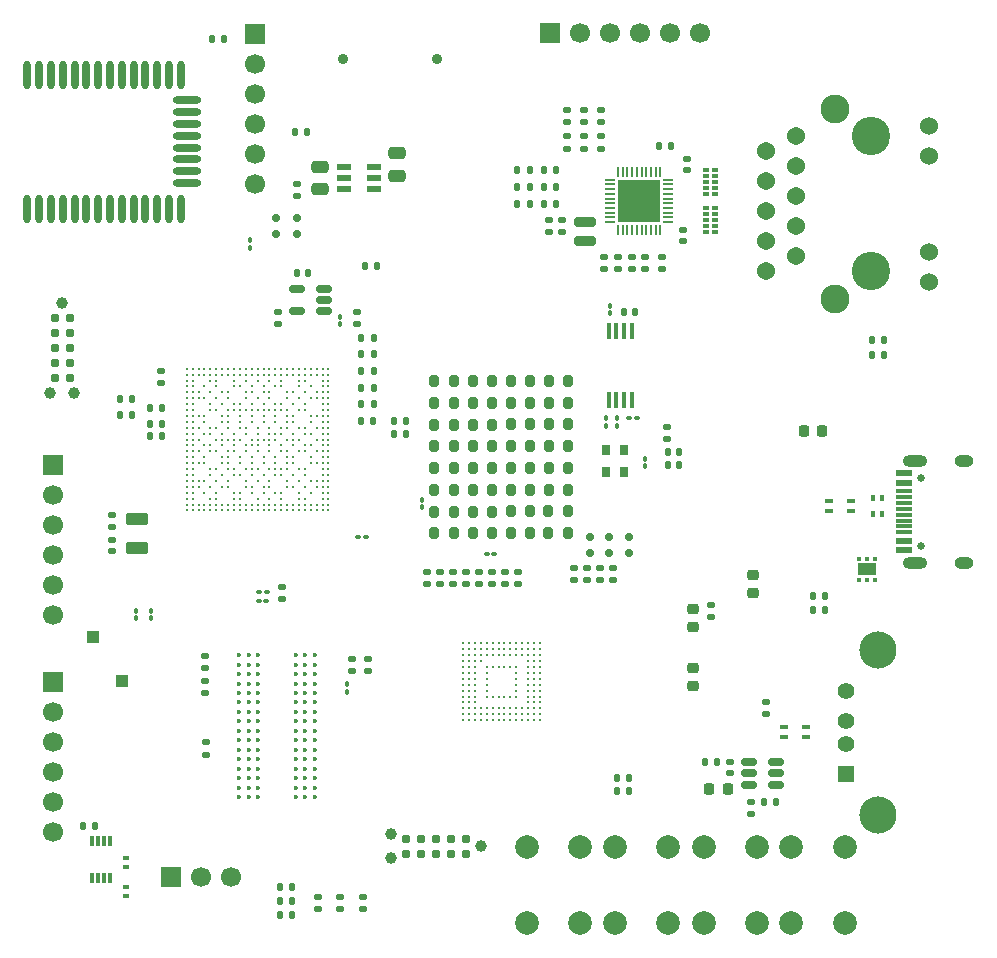
<source format=gbr>
%TF.GenerationSoftware,KiCad,Pcbnew,9.0.1*%
%TF.CreationDate,2026-02-07T17:07:50-05:00*%
%TF.ProjectId,Leonhart,4c656f6e-6861-4727-942e-6b696361645f,rev?*%
%TF.SameCoordinates,Original*%
%TF.FileFunction,Soldermask,Top*%
%TF.FilePolarity,Negative*%
%FSLAX46Y46*%
G04 Gerber Fmt 4.6, Leading zero omitted, Abs format (unit mm)*
G04 Created by KiCad (PCBNEW 9.0.1) date 2026-02-07 17:07:50*
%MOMM*%
%LPD*%
G01*
G04 APERTURE LIST*
G04 Aperture macros list*
%AMRoundRect*
0 Rectangle with rounded corners*
0 $1 Rounding radius*
0 $2 $3 $4 $5 $6 $7 $8 $9 X,Y pos of 4 corners*
0 Add a 4 corners polygon primitive as box body*
4,1,4,$2,$3,$4,$5,$6,$7,$8,$9,$2,$3,0*
0 Add four circle primitives for the rounded corners*
1,1,$1+$1,$2,$3*
1,1,$1+$1,$4,$5*
1,1,$1+$1,$6,$7*
1,1,$1+$1,$8,$9*
0 Add four rect primitives between the rounded corners*
20,1,$1+$1,$2,$3,$4,$5,0*
20,1,$1+$1,$4,$5,$6,$7,0*
20,1,$1+$1,$6,$7,$8,$9,0*
20,1,$1+$1,$8,$9,$2,$3,0*%
G04 Aperture macros list end*
%ADD10RoundRect,0.135000X0.135000X0.185000X-0.135000X0.185000X-0.135000X-0.185000X0.135000X-0.185000X0*%
%ADD11RoundRect,0.200000X-0.200000X-0.275000X0.200000X-0.275000X0.200000X0.275000X-0.200000X0.275000X0*%
%ADD12RoundRect,0.135000X-0.135000X-0.185000X0.135000X-0.185000X0.135000X0.185000X-0.135000X0.185000X0*%
%ADD13RoundRect,0.075000X0.200000X-0.075000X0.200000X0.075000X-0.200000X0.075000X-0.200000X-0.075000X0*%
%ADD14RoundRect,0.150000X-0.200000X0.150000X-0.200000X-0.150000X0.200000X-0.150000X0.200000X0.150000X0*%
%ADD15RoundRect,0.135000X0.185000X-0.135000X0.185000X0.135000X-0.185000X0.135000X-0.185000X-0.135000X0*%
%ADD16O,0.600000X2.400000*%
%ADD17O,2.400000X0.600000*%
%ADD18RoundRect,0.140000X-0.140000X-0.170000X0.140000X-0.170000X0.140000X0.170000X-0.140000X0.170000X0*%
%ADD19C,0.360000*%
%ADD20RoundRect,0.135000X-0.185000X0.135000X-0.185000X-0.135000X0.185000X-0.135000X0.185000X0.135000X0*%
%ADD21RoundRect,0.225000X0.250000X-0.225000X0.250000X0.225000X-0.250000X0.225000X-0.250000X-0.225000X0*%
%ADD22C,0.650000*%
%ADD23R,1.450000X0.600000*%
%ADD24R,1.450000X0.300000*%
%ADD25O,2.100000X1.000000*%
%ADD26O,1.600000X1.000000*%
%ADD27RoundRect,0.100000X-0.130000X-0.100000X0.130000X-0.100000X0.130000X0.100000X-0.130000X0.100000X0*%
%ADD28R,1.400000X1.400000*%
%ADD29C,1.400000*%
%ADD30C,3.150000*%
%ADD31C,3.250000*%
%ADD32C,1.540000*%
%ADD33C,1.530000*%
%ADD34C,2.445000*%
%ADD35RoundRect,0.093750X0.106250X-0.093750X0.106250X0.093750X-0.106250X0.093750X-0.106250X-0.093750X0*%
%ADD36R,1.600000X1.000000*%
%ADD37RoundRect,0.060000X-0.190000X0.140000X-0.190000X-0.140000X0.190000X-0.140000X0.190000X0.140000X0*%
%ADD38RoundRect,0.100000X-0.100000X0.130000X-0.100000X-0.130000X0.100000X-0.130000X0.100000X0.130000X0*%
%ADD39RoundRect,0.150000X-0.512500X-0.150000X0.512500X-0.150000X0.512500X0.150000X-0.512500X0.150000X0*%
%ADD40R,0.450000X1.475000*%
%ADD41RoundRect,0.140000X-0.170000X0.140000X-0.170000X-0.140000X0.170000X-0.140000X0.170000X0.140000X0*%
%ADD42RoundRect,0.147500X0.172500X-0.147500X0.172500X0.147500X-0.172500X0.147500X-0.172500X-0.147500X0*%
%ADD43C,2.000000*%
%ADD44RoundRect,0.225000X0.225000X0.250000X-0.225000X0.250000X-0.225000X-0.250000X0.225000X-0.250000X0*%
%ADD45RoundRect,0.120000X0.780000X0.280000X-0.780000X0.280000X-0.780000X-0.280000X0.780000X-0.280000X0*%
%ADD46RoundRect,0.060000X0.190000X-0.140000X0.190000X0.140000X-0.190000X0.140000X-0.190000X-0.140000X0*%
%ADD47RoundRect,0.100000X-0.275000X-0.100000X0.275000X-0.100000X0.275000X0.100000X-0.275000X0.100000X0*%
%ADD48R,1.700000X1.700000*%
%ADD49C,1.700000*%
%ADD50RoundRect,0.250000X0.475000X-0.250000X0.475000X0.250000X-0.475000X0.250000X-0.475000X-0.250000X0*%
%ADD51C,0.250000*%
%ADD52RoundRect,0.225000X-0.250000X0.225000X-0.250000X-0.225000X0.250000X-0.225000X0.250000X0.225000X0*%
%ADD53R,1.000000X1.000000*%
%ADD54RoundRect,0.100000X0.800000X-0.400000X0.800000X0.400000X-0.800000X0.400000X-0.800000X-0.400000X0*%
%ADD55RoundRect,0.140000X0.170000X-0.140000X0.170000X0.140000X-0.170000X0.140000X-0.170000X-0.140000X0*%
%ADD56RoundRect,0.250000X-0.475000X0.250000X-0.475000X-0.250000X0.475000X-0.250000X0.475000X0.250000X0*%
%ADD57RoundRect,0.150000X0.512500X0.150000X-0.512500X0.150000X-0.512500X-0.150000X0.512500X-0.150000X0*%
%ADD58R,0.800000X0.900000*%
%ADD59RoundRect,0.062500X0.350000X0.062500X-0.350000X0.062500X-0.350000X-0.062500X0.350000X-0.062500X0*%
%ADD60RoundRect,0.062500X0.062500X0.350000X-0.062500X0.350000X-0.062500X-0.350000X0.062500X-0.350000X0*%
%ADD61R,3.600000X3.600000*%
%ADD62C,0.990600*%
%ADD63C,0.787400*%
%ADD64R,0.300000X0.850000*%
%ADD65RoundRect,0.100000X0.100000X-0.130000X0.100000X0.130000X-0.100000X0.130000X-0.100000X-0.130000X0*%
%ADD66RoundRect,0.060000X0.140000X0.190000X-0.140000X0.190000X-0.140000X-0.190000X0.140000X-0.190000X0*%
%ADD67RoundRect,0.140000X0.140000X0.170000X-0.140000X0.170000X-0.140000X-0.170000X0.140000X-0.170000X0*%
%ADD68R,1.200000X0.600000*%
%ADD69C,0.900000*%
G04 APERTURE END LIST*
D10*
%TO.C,R3006*%
X167431000Y-116311000D03*
X166411000Y-116311000D03*
%TD*%
D11*
%TO.C,R1014*%
X140841000Y-102470796D03*
X142491000Y-102470796D03*
%TD*%
D12*
%TO.C,R5003*%
X141401000Y-79076000D03*
X142421000Y-79076000D03*
%TD*%
D13*
%TO.C,U5004*%
X158126000Y-84301000D03*
X158126000Y-83801000D03*
X158126000Y-83301000D03*
X158126000Y-82801000D03*
X158126000Y-82301000D03*
X157356000Y-82301000D03*
X157356000Y-82801000D03*
X157356000Y-83301000D03*
X157356000Y-83801000D03*
X157356000Y-84301000D03*
%TD*%
D14*
%TO.C,D1003*%
X150811000Y-111531000D03*
X150811000Y-110131000D03*
%TD*%
D15*
%TO.C,R5005*%
X147051000Y-74996000D03*
X147051000Y-73976000D03*
%TD*%
D13*
%TO.C,U5003*%
X158126000Y-81126000D03*
X158126000Y-80626000D03*
X158126000Y-80126000D03*
X158126000Y-79626000D03*
X158126000Y-79126000D03*
X157356000Y-79126000D03*
X157356000Y-79626000D03*
X157356000Y-80126000D03*
X157356000Y-80626000D03*
X157356000Y-81126000D03*
%TD*%
D16*
%TO.C,U2001*%
X99901000Y-82351000D03*
X100901000Y-82351000D03*
X101901000Y-82351000D03*
X102901000Y-82351000D03*
X103901000Y-82351000D03*
X104901000Y-82351000D03*
X105901000Y-82351000D03*
X106901000Y-82351000D03*
X107901000Y-82351000D03*
X108901000Y-82351000D03*
X109901000Y-82351000D03*
X110901000Y-82351000D03*
X111901000Y-82351000D03*
X112901000Y-82351000D03*
D17*
X113401000Y-80201000D03*
X113401000Y-79201000D03*
X113401000Y-78201000D03*
X113401000Y-77201000D03*
X113401000Y-76201000D03*
X113401000Y-75201000D03*
X113401000Y-74201000D03*
X113401000Y-73201000D03*
D16*
X112901000Y-71051000D03*
X111901000Y-71051000D03*
X110901000Y-71051000D03*
X109901000Y-71051000D03*
X108901000Y-71051000D03*
X107901000Y-71051000D03*
X106901000Y-71051000D03*
X105901000Y-71051000D03*
X104901000Y-71051000D03*
X103901000Y-71051000D03*
X102901000Y-71051000D03*
X101901000Y-71051000D03*
X100901000Y-71051000D03*
X99901000Y-71051000D03*
%TD*%
D18*
%TO.C,C1003*%
X150411000Y-91121000D03*
X151371000Y-91121000D03*
%TD*%
D19*
%TO.C,U4001*%
X124234492Y-132176000D03*
X123434492Y-132176000D03*
X122634492Y-132176000D03*
X119434492Y-132176000D03*
X118634492Y-132176000D03*
X117834492Y-132176000D03*
X124234492Y-131376000D03*
X123434492Y-131376000D03*
X122634492Y-131376000D03*
X119434492Y-131376000D03*
X118634492Y-131376000D03*
X117834492Y-131376000D03*
X124234492Y-130576000D03*
X123434492Y-130576000D03*
X122634492Y-130576000D03*
X119434492Y-130576000D03*
X118634492Y-130576000D03*
X117834492Y-130576000D03*
X124234492Y-129776000D03*
X123434492Y-129776000D03*
X122634492Y-129776000D03*
X119434492Y-129776000D03*
X118634492Y-129776000D03*
X117834492Y-129776000D03*
X124234492Y-128976000D03*
X123434492Y-128976000D03*
X122634492Y-128976000D03*
X119434492Y-128976000D03*
X118634492Y-128976000D03*
X117834492Y-128976000D03*
X124234492Y-128176000D03*
X123434492Y-128176000D03*
X122634492Y-128176000D03*
X119434492Y-128176000D03*
X118634492Y-128176000D03*
X117834492Y-128176000D03*
X124234492Y-127376000D03*
X123434492Y-127376000D03*
X122634492Y-127376000D03*
X119434492Y-127376000D03*
X118634492Y-127376000D03*
X117834492Y-127376000D03*
X124234492Y-126576000D03*
X123434492Y-126576000D03*
X122634492Y-126576000D03*
X119434492Y-126576000D03*
X118634492Y-126576000D03*
X117834492Y-126576000D03*
X124234492Y-125776000D03*
X123434492Y-125776000D03*
X122634492Y-125776000D03*
X119434492Y-125776000D03*
X118634492Y-125776000D03*
X117834492Y-125776000D03*
X124234492Y-124976000D03*
X123434492Y-124976000D03*
X122634492Y-124976000D03*
X119434492Y-124976000D03*
X118634492Y-124976000D03*
X117834492Y-124976000D03*
X124234492Y-124176000D03*
X123434492Y-124176000D03*
X122634492Y-124176000D03*
X119434492Y-124176000D03*
X118634492Y-124176000D03*
X117834492Y-124176000D03*
X124234492Y-123376000D03*
X123434492Y-123376000D03*
X122634492Y-123376000D03*
X119434492Y-123376000D03*
X118634492Y-123376000D03*
X117834492Y-123376000D03*
X124234492Y-122576000D03*
X123434492Y-122576000D03*
X122634492Y-122576000D03*
X119434492Y-122576000D03*
X118634492Y-122576000D03*
X117834492Y-122576000D03*
X124234492Y-121776000D03*
X123434492Y-121776000D03*
X122634492Y-121776000D03*
X119434492Y-121776000D03*
X118634492Y-121776000D03*
X117834492Y-121776000D03*
X124234492Y-120976000D03*
X123434492Y-120976000D03*
X122634492Y-120976000D03*
X119434492Y-120976000D03*
X118634492Y-120976000D03*
X117834492Y-120976000D03*
X124234492Y-120176000D03*
X123434492Y-120176000D03*
X122634492Y-120176000D03*
X119434492Y-120176000D03*
X118634492Y-120176000D03*
X117834492Y-120176000D03*
%TD*%
D20*
%TO.C,FB1001*%
X154101000Y-100846000D03*
X154101000Y-101866000D03*
%TD*%
D21*
%TO.C,C3004*%
X156251000Y-117826000D03*
X156251000Y-116276000D03*
%TD*%
D22*
%TO.C,J6001*%
X175576000Y-110911000D03*
X175576000Y-105131000D03*
D23*
X174131000Y-111271000D03*
X174131000Y-110471000D03*
D24*
X174131000Y-109271000D03*
X174131000Y-108271000D03*
X174131000Y-107771000D03*
X174131000Y-106771000D03*
D23*
X174131000Y-105571000D03*
X174131000Y-104771000D03*
X174131000Y-104771000D03*
X174131000Y-105571000D03*
D24*
X174131000Y-106271000D03*
X174131000Y-107271000D03*
X174131000Y-108771000D03*
X174131000Y-109771000D03*
D23*
X174131000Y-110471000D03*
X174131000Y-111271000D03*
D25*
X175046000Y-112341000D03*
D26*
X179226000Y-112341000D03*
D25*
X175046000Y-103701000D03*
D26*
X179226000Y-103701000D03*
%TD*%
D11*
%TO.C,R1010*%
X140831000Y-109829571D03*
X142481000Y-109829571D03*
%TD*%
D12*
%TO.C,R2001*%
X115501000Y-67971000D03*
X116521000Y-67971000D03*
%TD*%
D20*
%TO.C,R1001*%
X146181000Y-112801000D03*
X146181000Y-113821000D03*
%TD*%
D27*
%TO.C,R6001*%
X127936000Y-110126000D03*
X128576000Y-110126000D03*
%TD*%
D12*
%TO.C,R6023*%
X157300000Y-129226000D03*
X158320000Y-129226000D03*
%TD*%
D18*
%TO.C,C5020*%
X153421000Y-77051000D03*
X154381000Y-77051000D03*
%TD*%
D28*
%TO.C,J6002*%
X169236000Y-130201000D03*
D29*
X169236000Y-127701000D03*
X169236000Y-125701000D03*
X169236000Y-123201000D03*
D30*
X171946000Y-133701000D03*
X171946000Y-119701000D03*
%TD*%
D12*
%TO.C,R5025*%
X171401000Y-94731000D03*
X172421000Y-94731000D03*
%TD*%
D11*
%TO.C,R1038*%
X144051000Y-104315898D03*
X145701000Y-104315898D03*
%TD*%
D10*
%TO.C,R3004*%
X167431000Y-115191000D03*
X166411000Y-115191000D03*
%TD*%
D31*
%TO.C,U5001*%
X171351000Y-76251000D03*
X171351000Y-87681000D03*
D32*
X162461000Y-87681000D03*
X165001000Y-86411000D03*
X162461000Y-85141000D03*
X165001000Y-83871000D03*
X162461000Y-82601000D03*
X165001000Y-81331000D03*
X162461000Y-80061000D03*
X165001000Y-78791000D03*
X162461000Y-77521000D03*
X165001000Y-76251000D03*
D33*
X176251000Y-75341000D03*
X176251000Y-77881000D03*
X176251000Y-86051000D03*
X176251000Y-88591000D03*
D34*
X168301000Y-73916000D03*
X168301000Y-90016000D03*
%TD*%
D20*
%TO.C,R5011*%
X148514000Y-76251000D03*
X148514000Y-77271000D03*
%TD*%
D35*
%TO.C,U6001*%
X170351000Y-113776000D03*
X171001000Y-113776000D03*
X171651000Y-113776000D03*
X171651000Y-112001000D03*
X171001000Y-112001000D03*
X170351000Y-112001000D03*
D36*
X171001000Y-112888500D03*
%TD*%
D10*
%TO.C,R6002*%
X131931000Y-101461000D03*
X130911000Y-101461000D03*
%TD*%
D37*
%TO.C,D1005*%
X108261000Y-140581000D03*
X108261000Y-139781000D03*
%TD*%
D38*
%TO.C,C3089*%
X109091000Y-116406000D03*
X109091000Y-117046000D03*
%TD*%
%TO.C,C3087*%
X110381000Y-116396000D03*
X110381000Y-117036000D03*
%TD*%
D27*
%TO.C,C3121*%
X138791000Y-111601000D03*
X139431000Y-111601000D03*
%TD*%
D20*
%TO.C,R6010*%
X138151000Y-113126000D03*
X138151000Y-114146000D03*
%TD*%
D39*
%TO.C,U6003*%
X161015000Y-129226000D03*
X161015000Y-130176000D03*
X161015000Y-131126000D03*
X163290000Y-131126000D03*
X163290000Y-130176000D03*
X163290000Y-129226000D03*
%TD*%
D20*
%TO.C,R5009*%
X145588000Y-76251000D03*
X145588000Y-77271000D03*
%TD*%
D40*
%TO.C,U1001*%
X149111000Y-98577000D03*
X149761000Y-98577000D03*
X150411000Y-98577000D03*
X151061000Y-98577000D03*
X151061000Y-92701000D03*
X150411000Y-92701000D03*
X149761000Y-92701000D03*
X149111000Y-92701000D03*
%TD*%
D11*
%TO.C,R1004*%
X134371000Y-100650388D03*
X136021000Y-100650388D03*
%TD*%
D41*
%TO.C,C5019*%
X144101000Y-83346000D03*
X144101000Y-84306000D03*
%TD*%
D42*
%TO.C,D7003*%
X124511000Y-141646000D03*
X124511000Y-140676000D03*
%TD*%
D43*
%TO.C,SW7001*%
X154181000Y-136376000D03*
X154181000Y-142876000D03*
X149681000Y-136376000D03*
X149681000Y-142876000D03*
%TD*%
D11*
%TO.C,R1011*%
X140841000Y-107989877D03*
X142491000Y-107989877D03*
%TD*%
D38*
%TO.C,C3079*%
X126354000Y-91502000D03*
X126354000Y-92142000D03*
%TD*%
D44*
%TO.C,C3019*%
X167201625Y-101207000D03*
X165651625Y-101207000D03*
%TD*%
D45*
%TO.C,L5001*%
X147081000Y-85071000D03*
X147081000Y-83471000D03*
%TD*%
D43*
%TO.C,SW7003*%
X161701000Y-136376000D03*
X161701000Y-142876000D03*
X157201000Y-136376000D03*
X157201000Y-142876000D03*
%TD*%
D46*
%TO.C,D1006*%
X108261000Y-137341000D03*
X108261000Y-138141000D03*
%TD*%
D15*
%TO.C,R4006*%
X115061000Y-128581000D03*
X115061000Y-127561000D03*
%TD*%
D21*
%TO.C,C3001*%
X161351000Y-114901000D03*
X161351000Y-113351000D03*
%TD*%
D20*
%TO.C,R6009*%
X140351000Y-113126000D03*
X140351000Y-114146000D03*
%TD*%
D11*
%TO.C,R1017*%
X140841000Y-96951714D03*
X142491000Y-96951714D03*
%TD*%
%TO.C,R1030*%
X137626000Y-102492225D03*
X139276000Y-102492225D03*
%TD*%
%TO.C,R1003*%
X134371000Y-98810694D03*
X136021000Y-98810694D03*
%TD*%
%TO.C,R1015*%
X140841000Y-100631102D03*
X142491000Y-100631102D03*
%TD*%
%TO.C,R1007*%
X134371000Y-106169469D03*
X136021000Y-106169469D03*
%TD*%
D20*
%TO.C,R6011*%
X135951000Y-113126000D03*
X135951000Y-114146000D03*
%TD*%
D10*
%TO.C,R1049*%
X111281000Y-101621000D03*
X110261000Y-101621000D03*
%TD*%
D20*
%TO.C,R4008*%
X114944492Y-122390984D03*
X114944492Y-123410984D03*
%TD*%
D47*
%TO.C,L6001*%
X167771000Y-107946000D03*
X169621000Y-107946000D03*
X169621000Y-107096000D03*
X167771000Y-107096000D03*
%TD*%
D12*
%TO.C,R5026*%
X171401000Y-93501000D03*
X172421000Y-93501000D03*
%TD*%
%TO.C,R5016*%
X128181000Y-100321000D03*
X129201000Y-100321000D03*
%TD*%
%TO.C,R5015*%
X128196000Y-93301000D03*
X129216000Y-93301000D03*
%TD*%
D15*
%TO.C,R1026*%
X149531000Y-113821000D03*
X149531000Y-112801000D03*
%TD*%
D20*
%TO.C,R5004*%
X127851000Y-91116000D03*
X127851000Y-92136000D03*
%TD*%
D15*
%TO.C,R1024*%
X147297667Y-113821000D03*
X147297667Y-112801000D03*
%TD*%
D10*
%TO.C,R3001*%
X150871000Y-130601000D03*
X149851000Y-130601000D03*
%TD*%
D48*
%TO.C,J2003*%
X119201000Y-67541000D03*
D49*
X119201000Y-70081000D03*
X119201000Y-72621000D03*
X119201000Y-75161000D03*
X119201000Y-77701000D03*
X119201000Y-80241000D03*
%TD*%
D50*
%TO.C,C6017*%
X131231000Y-79571000D03*
X131231000Y-77671000D03*
%TD*%
D27*
%TO.C,C3084*%
X119521000Y-114816000D03*
X120161000Y-114816000D03*
%TD*%
D10*
%TO.C,R5007*%
X142421000Y-80539000D03*
X141401000Y-80539000D03*
%TD*%
D11*
%TO.C,R1041*%
X144051000Y-98792224D03*
X145701000Y-98792224D03*
%TD*%
D41*
%TO.C,C5018*%
X145151000Y-83346000D03*
X145151000Y-84306000D03*
%TD*%
D51*
%TO.C,U1002*%
X113401000Y-107916000D03*
X113401000Y-107416000D03*
X113401000Y-106916000D03*
X113401000Y-106416000D03*
X113401000Y-105916000D03*
X113401000Y-105416000D03*
X113401000Y-104916000D03*
X113401000Y-104416000D03*
X113401000Y-103916000D03*
X113401000Y-103416000D03*
X113401000Y-102916000D03*
X113401000Y-102416000D03*
X113401000Y-101916000D03*
X113401000Y-101416000D03*
X113401000Y-100916000D03*
X113401000Y-100416000D03*
X113401000Y-99916000D03*
X113401000Y-99416000D03*
X113401000Y-98916000D03*
X113401000Y-98416000D03*
X113401000Y-97916000D03*
X113401000Y-97416000D03*
X113401000Y-96916000D03*
X113401000Y-96416000D03*
X113401000Y-95916000D03*
X123401000Y-107916000D03*
X123401000Y-107416000D03*
X123401000Y-106916000D03*
X123401000Y-105916000D03*
X123401000Y-104916000D03*
X123401000Y-104416000D03*
X123401000Y-102916000D03*
X123401000Y-102416000D03*
X123401000Y-101416000D03*
X123401000Y-100916000D03*
X123401000Y-99416000D03*
X123401000Y-98916000D03*
X123401000Y-97916000D03*
X123401000Y-96916000D03*
X123401000Y-96416000D03*
X123401000Y-95916000D03*
X123901000Y-107916000D03*
X123901000Y-107416000D03*
X123901000Y-106416000D03*
X123901000Y-105416000D03*
X123901000Y-103916000D03*
X123901000Y-103416000D03*
X123901000Y-102416000D03*
X123901000Y-101416000D03*
X123901000Y-100416000D03*
X123901000Y-99916000D03*
X123901000Y-98416000D03*
X123901000Y-97416000D03*
X123901000Y-96416000D03*
X123901000Y-95916000D03*
X124401000Y-107916000D03*
X124401000Y-107416000D03*
X124401000Y-105916000D03*
X124401000Y-105416000D03*
X124401000Y-103916000D03*
X124401000Y-102916000D03*
X124401000Y-101916000D03*
X124401000Y-100916000D03*
X124401000Y-99916000D03*
X124401000Y-98416000D03*
X124401000Y-97916000D03*
X124401000Y-96416000D03*
X124401000Y-95916000D03*
X124901000Y-107916000D03*
X124901000Y-107416000D03*
X124901000Y-106916000D03*
X124901000Y-106416000D03*
X124901000Y-105916000D03*
X124901000Y-105416000D03*
X124901000Y-104916000D03*
X124901000Y-104416000D03*
X124901000Y-103916000D03*
X124901000Y-103416000D03*
X124901000Y-102916000D03*
X124901000Y-102416000D03*
X124901000Y-101916000D03*
X124901000Y-101416000D03*
X124901000Y-100916000D03*
X124901000Y-100416000D03*
X124901000Y-99916000D03*
X124901000Y-99416000D03*
X124901000Y-98916000D03*
X124901000Y-98416000D03*
X124901000Y-97916000D03*
X124901000Y-97416000D03*
X124901000Y-96916000D03*
X124901000Y-96416000D03*
X124901000Y-95916000D03*
X125401000Y-107916000D03*
X125401000Y-107416000D03*
X125401000Y-106916000D03*
X125401000Y-106416000D03*
X125401000Y-105916000D03*
X125401000Y-105416000D03*
X125401000Y-104916000D03*
X125401000Y-104416000D03*
X125401000Y-103916000D03*
X125401000Y-103416000D03*
X125401000Y-102916000D03*
X125401000Y-102416000D03*
X125401000Y-101916000D03*
X125401000Y-101416000D03*
X125401000Y-100916000D03*
X125401000Y-100416000D03*
X125401000Y-99916000D03*
X125401000Y-99416000D03*
X125401000Y-98916000D03*
X125401000Y-98416000D03*
X125401000Y-97916000D03*
X125401000Y-97416000D03*
X125401000Y-96916000D03*
X125401000Y-96416000D03*
X125401000Y-95916000D03*
X113901000Y-107916000D03*
X113901000Y-107416000D03*
X113901000Y-106916000D03*
X113901000Y-106416000D03*
X113901000Y-105916000D03*
X113901000Y-105416000D03*
X113901000Y-104916000D03*
X113901000Y-104416000D03*
X113901000Y-103916000D03*
X113901000Y-103416000D03*
X113901000Y-102916000D03*
X113901000Y-102416000D03*
X113901000Y-101916000D03*
X113901000Y-101416000D03*
X113901000Y-100916000D03*
X113901000Y-100416000D03*
X113901000Y-99916000D03*
X113901000Y-99416000D03*
X113901000Y-98916000D03*
X113901000Y-98416000D03*
X113901000Y-97916000D03*
X113901000Y-97416000D03*
X113901000Y-96916000D03*
X113901000Y-96416000D03*
X113901000Y-95916000D03*
X114401000Y-107916000D03*
X114401000Y-107416000D03*
X114401000Y-105916000D03*
X114401000Y-105416000D03*
X114401000Y-103916000D03*
X114401000Y-102916000D03*
X114401000Y-101916000D03*
X114401000Y-100916000D03*
X114401000Y-99916000D03*
X114401000Y-98416000D03*
X114401000Y-97916000D03*
X114401000Y-96416000D03*
X114401000Y-95916000D03*
X114901000Y-107916000D03*
X114901000Y-107416000D03*
X114901000Y-106416000D03*
X114901000Y-105416000D03*
X114901000Y-103916000D03*
X114901000Y-103416000D03*
X114901000Y-102416000D03*
X114901000Y-101416000D03*
X114901000Y-100416000D03*
X114901000Y-99916000D03*
X114901000Y-98416000D03*
X114901000Y-97416000D03*
X114901000Y-96416000D03*
X114901000Y-95916000D03*
X115401000Y-107916000D03*
X115401000Y-107416000D03*
X115401000Y-106916000D03*
X115401000Y-105916000D03*
X115401000Y-104916000D03*
X115401000Y-104416000D03*
X115401000Y-102916000D03*
X115401000Y-102416000D03*
X115401000Y-101416000D03*
X115401000Y-100916000D03*
X115401000Y-99416000D03*
X115401000Y-98916000D03*
X115401000Y-97916000D03*
X115401000Y-96916000D03*
X115401000Y-96416000D03*
X115401000Y-95916000D03*
X115901000Y-107916000D03*
X115901000Y-107416000D03*
X115901000Y-106916000D03*
X115901000Y-106416000D03*
X115901000Y-105416000D03*
X115901000Y-104416000D03*
X115901000Y-102916000D03*
X115901000Y-101916000D03*
X115901000Y-100916000D03*
X115901000Y-99416000D03*
X115901000Y-98416000D03*
X115901000Y-97416000D03*
X115901000Y-96916000D03*
X115901000Y-96416000D03*
X115901000Y-95916000D03*
X116401000Y-107916000D03*
X116401000Y-107416000D03*
X116401000Y-105916000D03*
X116401000Y-104916000D03*
X116401000Y-103916000D03*
X116401000Y-103416000D03*
X116401000Y-102416000D03*
X116401000Y-101916000D03*
X116401000Y-101416000D03*
X116401000Y-100416000D03*
X116401000Y-99916000D03*
X116401000Y-98916000D03*
X116401000Y-97916000D03*
X116401000Y-96416000D03*
X116401000Y-95916000D03*
X116901000Y-107916000D03*
X116901000Y-107416000D03*
X116901000Y-105916000D03*
X116901000Y-105416000D03*
X116901000Y-104416000D03*
X116901000Y-103916000D03*
X116901000Y-103416000D03*
X116901000Y-102916000D03*
X116901000Y-101916000D03*
X116901000Y-100916000D03*
X116901000Y-100416000D03*
X116901000Y-99916000D03*
X116901000Y-99416000D03*
X116901000Y-98416000D03*
X116901000Y-97916000D03*
X116901000Y-96416000D03*
X116901000Y-95916000D03*
X117401000Y-107916000D03*
X117401000Y-107416000D03*
X117401000Y-106916000D03*
X117401000Y-106416000D03*
X117401000Y-104916000D03*
X117401000Y-104416000D03*
X117401000Y-102916000D03*
X117401000Y-102416000D03*
X117401000Y-101916000D03*
X117401000Y-101416000D03*
X117401000Y-99416000D03*
X117401000Y-98916000D03*
X117401000Y-97416000D03*
X117401000Y-96916000D03*
X117401000Y-96416000D03*
X117401000Y-95916000D03*
X117901000Y-107916000D03*
X117901000Y-107416000D03*
X117901000Y-106916000D03*
X117901000Y-106416000D03*
X117901000Y-104916000D03*
X117901000Y-103916000D03*
X117901000Y-103416000D03*
X117901000Y-101916000D03*
X117901000Y-100916000D03*
X117901000Y-100416000D03*
X117901000Y-99916000D03*
X117901000Y-99416000D03*
X117901000Y-98916000D03*
X117901000Y-97416000D03*
X117901000Y-96416000D03*
X117901000Y-95916000D03*
X118401000Y-107916000D03*
X118401000Y-107416000D03*
X118401000Y-105916000D03*
X118401000Y-105416000D03*
X118401000Y-104416000D03*
X118401000Y-102916000D03*
X118401000Y-102416000D03*
X118401000Y-101416000D03*
X118401000Y-100916000D03*
X118401000Y-99416000D03*
X118401000Y-98416000D03*
X118401000Y-97916000D03*
X118401000Y-96916000D03*
X118401000Y-96416000D03*
X118401000Y-95916000D03*
X118901000Y-107916000D03*
X118901000Y-107416000D03*
X118901000Y-106416000D03*
X118901000Y-105916000D03*
X118901000Y-104916000D03*
X118901000Y-104416000D03*
X118901000Y-103916000D03*
X118901000Y-103416000D03*
X118901000Y-102416000D03*
X118901000Y-101916000D03*
X118901000Y-100416000D03*
X118901000Y-99916000D03*
X118901000Y-99416000D03*
X118901000Y-98916000D03*
X118901000Y-97916000D03*
X118901000Y-97416000D03*
X118901000Y-96416000D03*
X118901000Y-95916000D03*
X119401000Y-107916000D03*
X119401000Y-107416000D03*
X119401000Y-106916000D03*
X119401000Y-105416000D03*
X119401000Y-104416000D03*
X119401000Y-102916000D03*
X119401000Y-102416000D03*
X119401000Y-101916000D03*
X119401000Y-101416000D03*
X119401000Y-100916000D03*
X119401000Y-99416000D03*
X119401000Y-98416000D03*
X119401000Y-96916000D03*
X119401000Y-96416000D03*
X119401000Y-95916000D03*
X119901000Y-107916000D03*
X119901000Y-107416000D03*
X119901000Y-106416000D03*
X119901000Y-105916000D03*
X119901000Y-104916000D03*
X119901000Y-103916000D03*
X119901000Y-103416000D03*
X119901000Y-101916000D03*
X119901000Y-100416000D03*
X119901000Y-99916000D03*
X119901000Y-99416000D03*
X119901000Y-98916000D03*
X119901000Y-97916000D03*
X119901000Y-97416000D03*
X119901000Y-96416000D03*
X119901000Y-95916000D03*
X120401000Y-107916000D03*
X120401000Y-107416000D03*
X120401000Y-106916000D03*
X120401000Y-105916000D03*
X120401000Y-105416000D03*
X120401000Y-104416000D03*
X120401000Y-102916000D03*
X120401000Y-102416000D03*
X120401000Y-101916000D03*
X120401000Y-101416000D03*
X120401000Y-100916000D03*
X120401000Y-99416000D03*
X120401000Y-98416000D03*
X120401000Y-97916000D03*
X120401000Y-96916000D03*
X120401000Y-96416000D03*
X120401000Y-95916000D03*
X120901000Y-107916000D03*
X120901000Y-107416000D03*
X120901000Y-106416000D03*
X120901000Y-104916000D03*
X120901000Y-104416000D03*
X120901000Y-103916000D03*
X120901000Y-103416000D03*
X120901000Y-101916000D03*
X120901000Y-101416000D03*
X120901000Y-100416000D03*
X120901000Y-99916000D03*
X120901000Y-99416000D03*
X120901000Y-98916000D03*
X120901000Y-97416000D03*
X120901000Y-96416000D03*
X120901000Y-95916000D03*
X121401000Y-107916000D03*
X121401000Y-107416000D03*
X121401000Y-106916000D03*
X121401000Y-106416000D03*
X121401000Y-104916000D03*
X121401000Y-104416000D03*
X121401000Y-102916000D03*
X121401000Y-102416000D03*
X121401000Y-101416000D03*
X121401000Y-100916000D03*
X121401000Y-99416000D03*
X121401000Y-98916000D03*
X121401000Y-97416000D03*
X121401000Y-96916000D03*
X121401000Y-96416000D03*
X121401000Y-95916000D03*
X121901000Y-107916000D03*
X121901000Y-107416000D03*
X121901000Y-105916000D03*
X121901000Y-105416000D03*
X121901000Y-104416000D03*
X121901000Y-103916000D03*
X121901000Y-103416000D03*
X121901000Y-102916000D03*
X121901000Y-101916000D03*
X121901000Y-100916000D03*
X121901000Y-100416000D03*
X121901000Y-99916000D03*
X121901000Y-99416000D03*
X121901000Y-98416000D03*
X121901000Y-97916000D03*
X121901000Y-96416000D03*
X121901000Y-95916000D03*
X122401000Y-107916000D03*
X122401000Y-107416000D03*
X122401000Y-105916000D03*
X122401000Y-104916000D03*
X122401000Y-103916000D03*
X122401000Y-103416000D03*
X122401000Y-102416000D03*
X122401000Y-101916000D03*
X122401000Y-101416000D03*
X122401000Y-100416000D03*
X122401000Y-99916000D03*
X122401000Y-98916000D03*
X122401000Y-97916000D03*
X122401000Y-96416000D03*
X122401000Y-95916000D03*
X122901000Y-107916000D03*
X122901000Y-107416000D03*
X122901000Y-106916000D03*
X122901000Y-106416000D03*
X122901000Y-105416000D03*
X122901000Y-104416000D03*
X122901000Y-102916000D03*
X122901000Y-101916000D03*
X122901000Y-100916000D03*
X122901000Y-99416000D03*
X122901000Y-98416000D03*
X122901000Y-97416000D03*
X122901000Y-96916000D03*
X122901000Y-96416000D03*
X122901000Y-95916000D03*
%TD*%
D52*
%TO.C,C3007*%
X156251000Y-121226000D03*
X156251000Y-122776000D03*
%TD*%
D20*
%TO.C,R6006*%
X137051000Y-113126000D03*
X137051000Y-114146000D03*
%TD*%
D12*
%TO.C,R5008*%
X143676000Y-79076000D03*
X144696000Y-79076000D03*
%TD*%
%TO.C,R7003*%
X121261000Y-142171000D03*
X122281000Y-142171000D03*
%TD*%
D15*
%TO.C,R4004*%
X128734492Y-121531000D03*
X128734492Y-120511000D03*
%TD*%
D48*
%TO.C,J1004*%
X102101000Y-104041000D03*
D49*
X102101000Y-106581000D03*
X102101000Y-109121000D03*
X102101000Y-111661000D03*
X102101000Y-114201000D03*
X102101000Y-116741000D03*
%TD*%
D43*
%TO.C,SW7002*%
X169099402Y-136376000D03*
X169099402Y-142876000D03*
X164599402Y-136376000D03*
X164599402Y-142876000D03*
%TD*%
D53*
%TO.C,TP1002*%
X105451000Y-118661000D03*
%TD*%
D11*
%TO.C,R1037*%
X144036000Y-106157122D03*
X145686000Y-106157122D03*
%TD*%
%TO.C,R1036*%
X144026000Y-107998347D03*
X145676000Y-107998347D03*
%TD*%
D41*
%TO.C,C6011*%
X159430000Y-129225000D03*
X159430000Y-130185000D03*
%TD*%
D20*
%TO.C,R3005*%
X157801000Y-115881000D03*
X157801000Y-116901000D03*
%TD*%
D15*
%TO.C,R3003*%
X162481000Y-125181000D03*
X162481000Y-124161000D03*
%TD*%
D48*
%TO.C,J2002*%
X144141000Y-67451000D03*
D49*
X146681000Y-67451000D03*
X149221000Y-67451000D03*
X151761000Y-67451000D03*
X154301000Y-67451000D03*
X156841000Y-67451000D03*
%TD*%
D20*
%TO.C,R5024*%
X149892667Y-86441000D03*
X149892667Y-87461000D03*
%TD*%
D12*
%TO.C,R5019*%
X128196000Y-96109000D03*
X129216000Y-96109000D03*
%TD*%
D48*
%TO.C,J1003*%
X112081000Y-138991000D03*
D49*
X114621000Y-138991000D03*
X117161000Y-138991000D03*
%TD*%
D11*
%TO.C,R1033*%
X137626000Y-108011306D03*
X139276000Y-108011306D03*
%TD*%
%TO.C,R1029*%
X137626000Y-100652531D03*
X139276000Y-100652531D03*
%TD*%
D18*
%TO.C,C1002*%
X154111000Y-104056000D03*
X155071000Y-104056000D03*
%TD*%
D54*
%TO.C,X1003*%
X109201000Y-111101000D03*
X109201000Y-108601000D03*
%TD*%
D11*
%TO.C,R1008*%
X134371000Y-108009163D03*
X136021000Y-108009163D03*
%TD*%
D20*
%TO.C,R5002*%
X145588000Y-73976000D03*
X145588000Y-74996000D03*
%TD*%
D11*
%TO.C,R1040*%
X144051000Y-100633449D03*
X145701000Y-100633449D03*
%TD*%
D10*
%TO.C,FB2001*%
X123611000Y-75901000D03*
X122591000Y-75901000D03*
%TD*%
D11*
%TO.C,R1013*%
X140841000Y-104310489D03*
X142491000Y-104310489D03*
%TD*%
D42*
%TO.C,D7001*%
X128291000Y-141636000D03*
X128291000Y-140666000D03*
%TD*%
D11*
%TO.C,R1027*%
X137601000Y-96973143D03*
X139251000Y-96973143D03*
%TD*%
D42*
%TO.C,D7002*%
X126401000Y-141641000D03*
X126401000Y-140671000D03*
%TD*%
D15*
%TO.C,R5021*%
X152226000Y-87461000D03*
X152226000Y-86441000D03*
%TD*%
D11*
%TO.C,R1002*%
X134371000Y-96971000D03*
X136021000Y-96971000D03*
%TD*%
D15*
%TO.C,R1025*%
X148414333Y-113821000D03*
X148414333Y-112801000D03*
%TD*%
D55*
%TO.C,C1007*%
X107101000Y-111361000D03*
X107101000Y-110401000D03*
%TD*%
D56*
%TO.C,C6016*%
X124701000Y-78831000D03*
X124701000Y-80731000D03*
%TD*%
D11*
%TO.C,R1028*%
X137626000Y-98812837D03*
X139276000Y-98812837D03*
%TD*%
D57*
%TO.C,U1004*%
X125019500Y-91035500D03*
X125019500Y-90085500D03*
X125019500Y-89135500D03*
X122744500Y-89135500D03*
X122744500Y-91035500D03*
%TD*%
D11*
%TO.C,R1034*%
X137626000Y-109851000D03*
X139276000Y-109851000D03*
%TD*%
D58*
%TO.C,X1001*%
X150386000Y-104627000D03*
X150386000Y-102777000D03*
X148936000Y-102777000D03*
X148936000Y-104627000D03*
%TD*%
D15*
%TO.C,R4007*%
X121491000Y-115381000D03*
X121491000Y-114361000D03*
%TD*%
D18*
%TO.C,C1004*%
X154111000Y-102946000D03*
X155071000Y-102946000D03*
%TD*%
D11*
%TO.C,R1016*%
X140841000Y-98791408D03*
X142491000Y-98791408D03*
%TD*%
D41*
%TO.C,C5002*%
X155426000Y-84166000D03*
X155426000Y-85126000D03*
%TD*%
D12*
%TO.C,R1044*%
X107777000Y-99825000D03*
X108797000Y-99825000D03*
%TD*%
D59*
%TO.C,U5002*%
X154148500Y-83511500D03*
X154148500Y-83111500D03*
X154148500Y-82711500D03*
X154148500Y-82311500D03*
X154148500Y-81911500D03*
X154148500Y-81511500D03*
X154148500Y-81111500D03*
X154148500Y-80711500D03*
X154148500Y-80311500D03*
X154148500Y-79911500D03*
D60*
X153511000Y-79274000D03*
X153111000Y-79274000D03*
X152711000Y-79274000D03*
X152311000Y-79274000D03*
X151911000Y-79274000D03*
X151511000Y-79274000D03*
X151111000Y-79274000D03*
X150711000Y-79274000D03*
X150311000Y-79274000D03*
X149911000Y-79274000D03*
D59*
X149273500Y-79911500D03*
X149273500Y-80311500D03*
X149273500Y-80711500D03*
X149273500Y-81111500D03*
X149273500Y-81511500D03*
X149273500Y-81911500D03*
X149273500Y-82311500D03*
X149273500Y-82711500D03*
X149273500Y-83111500D03*
X149273500Y-83511500D03*
D60*
X149911000Y-84149000D03*
X150311000Y-84149000D03*
X150711000Y-84149000D03*
X151111000Y-84149000D03*
X151511000Y-84149000D03*
X151911000Y-84149000D03*
X152311000Y-84149000D03*
X152711000Y-84149000D03*
X153111000Y-84149000D03*
X153511000Y-84149000D03*
D61*
X151711000Y-81711500D03*
%TD*%
D20*
%TO.C,R6004*%
X141451000Y-113126000D03*
X141451000Y-114146000D03*
%TD*%
D11*
%TO.C,R1009*%
X134371000Y-109848857D03*
X136021000Y-109848857D03*
%TD*%
D43*
%TO.C,SW7004*%
X146681000Y-136376000D03*
X146681000Y-142876000D03*
X142181000Y-136376000D03*
X142181000Y-142876000D03*
%TD*%
D12*
%TO.C,R6021*%
X162270000Y-132591000D03*
X163290000Y-132591000D03*
%TD*%
D62*
%TO.C,J2001*%
X102866000Y-90331000D03*
X103882000Y-97951000D03*
X101850000Y-97951000D03*
D63*
X102231000Y-91601000D03*
X102231000Y-92871000D03*
X102231000Y-94141000D03*
X102231000Y-95411000D03*
X102231000Y-96681000D03*
X103501000Y-96681000D03*
X103501000Y-95411000D03*
X103501000Y-94141000D03*
X103501000Y-92871000D03*
X103501000Y-91601000D03*
%TD*%
D20*
%TO.C,R5010*%
X147051000Y-76251000D03*
X147051000Y-77271000D03*
%TD*%
D11*
%TO.C,R1042*%
X144051000Y-96951000D03*
X145701000Y-96951000D03*
%TD*%
D53*
%TO.C,TP1001*%
X107879000Y-122348000D03*
%TD*%
D14*
%TO.C,D6014*%
X120976000Y-84526000D03*
X120976000Y-83126000D03*
%TD*%
D12*
%TO.C,R5013*%
X143676000Y-80539000D03*
X144696000Y-80539000D03*
%TD*%
D20*
%TO.C,R5020*%
X148726000Y-86451000D03*
X148726000Y-87471000D03*
%TD*%
D11*
%TO.C,R1006*%
X134371000Y-104329775D03*
X136021000Y-104329775D03*
%TD*%
D10*
%TO.C,FB3011*%
X129541000Y-87241000D03*
X128521000Y-87241000D03*
%TD*%
D18*
%TO.C,C1010*%
X122741000Y-87801000D03*
X123701000Y-87801000D03*
%TD*%
D64*
%TO.C,U1003*%
X105391000Y-139051000D03*
X105891000Y-139051000D03*
X106391000Y-139051000D03*
X106891000Y-139051000D03*
X106891000Y-135901000D03*
X106391000Y-135901000D03*
X105891000Y-135901000D03*
X105391000Y-135901000D03*
%TD*%
D27*
%TO.C,C3088*%
X119511000Y-115576000D03*
X120151000Y-115576000D03*
%TD*%
D20*
%TO.C,R4003*%
X127374492Y-120511000D03*
X127374492Y-121531000D03*
%TD*%
%TO.C,R6031*%
X122701000Y-80281000D03*
X122701000Y-81301000D03*
%TD*%
D65*
%TO.C,C4019*%
X126984492Y-123260984D03*
X126984492Y-122620984D03*
%TD*%
D12*
%TO.C,R1043*%
X107777000Y-98491000D03*
X108797000Y-98491000D03*
%TD*%
D14*
%TO.C,D1002*%
X149166000Y-111531000D03*
X149166000Y-110131000D03*
%TD*%
D11*
%TO.C,R1035*%
X144026000Y-109839571D03*
X145676000Y-109839571D03*
%TD*%
D51*
%TO.C,U6002*%
X136801000Y-119176000D03*
X137301000Y-119176000D03*
X137801000Y-119176000D03*
X138301000Y-119176000D03*
X138801000Y-119176000D03*
X139301000Y-119176000D03*
X139801000Y-119176000D03*
X140301000Y-119176000D03*
X140801000Y-119176000D03*
X141301000Y-119176000D03*
X141801000Y-119176000D03*
X142301000Y-119176000D03*
X142801000Y-119176000D03*
X143301000Y-119176000D03*
X136801000Y-119676000D03*
X137301000Y-119676000D03*
X137801000Y-119676000D03*
X138301000Y-119676000D03*
X138801000Y-119676000D03*
X139301000Y-119676000D03*
X139801000Y-119676000D03*
X140301000Y-119676000D03*
X140801000Y-119676000D03*
X141301000Y-119676000D03*
X141801000Y-119676000D03*
X142301000Y-119676000D03*
X142801000Y-119676000D03*
X143301000Y-119676000D03*
X136801000Y-120176000D03*
X137301000Y-120176000D03*
X137801000Y-120176000D03*
X138301000Y-120176000D03*
X138801000Y-120176000D03*
X139301000Y-120176000D03*
X139801000Y-120176000D03*
X140301000Y-120176000D03*
X140801000Y-120176000D03*
X141301000Y-120176000D03*
X141801000Y-120176000D03*
X142301000Y-120176000D03*
X142801000Y-120176000D03*
X143301000Y-120176000D03*
X136801000Y-120676000D03*
X137301000Y-120676000D03*
X137801000Y-120676000D03*
X138301000Y-120676000D03*
X142301000Y-120676000D03*
X142801000Y-120676000D03*
X143301000Y-120676000D03*
X136801000Y-121176000D03*
X137301000Y-121176000D03*
X137801000Y-121176000D03*
X138801000Y-121176000D03*
X139301000Y-121176000D03*
X139801000Y-121176000D03*
X140301000Y-121176000D03*
X140801000Y-121176000D03*
X141301000Y-121176000D03*
X142301000Y-121176000D03*
X142801000Y-121176000D03*
X143301000Y-121176000D03*
X136801000Y-121676000D03*
X137301000Y-121676000D03*
X137801000Y-121676000D03*
X138801000Y-121676000D03*
X141301000Y-121676000D03*
X142301000Y-121676000D03*
X142801000Y-121676000D03*
X143301000Y-121676000D03*
X136801000Y-122176000D03*
X137301000Y-122176000D03*
X137801000Y-122176000D03*
X138801000Y-122176000D03*
X141301000Y-122176000D03*
X142301000Y-122176000D03*
X142801000Y-122176000D03*
X143301000Y-122176000D03*
X136801000Y-122676000D03*
X137301000Y-122676000D03*
X137801000Y-122676000D03*
X138801000Y-122676000D03*
X141301000Y-122676000D03*
X142301000Y-122676000D03*
X142801000Y-122676000D03*
X143301000Y-122676000D03*
X136801000Y-123176000D03*
X137301000Y-123176000D03*
X137801000Y-123176000D03*
X138801000Y-123176000D03*
X141301000Y-123176000D03*
X142301000Y-123176000D03*
X142801000Y-123176000D03*
X143301000Y-123176000D03*
X136801000Y-123676000D03*
X137301000Y-123676000D03*
X137801000Y-123676000D03*
X138801000Y-123676000D03*
X139301000Y-123676000D03*
X139801000Y-123676000D03*
X140301000Y-123676000D03*
X140801000Y-123676000D03*
X141301000Y-123676000D03*
X142301000Y-123676000D03*
X142801000Y-123676000D03*
X143301000Y-123676000D03*
X136801000Y-124176000D03*
X137301000Y-124176000D03*
X137801000Y-124176000D03*
X142301000Y-124176000D03*
X142801000Y-124176000D03*
X143301000Y-124176000D03*
X136801000Y-124676000D03*
X137301000Y-124676000D03*
X137801000Y-124676000D03*
X138301000Y-124676000D03*
X138801000Y-124676000D03*
X139301000Y-124676000D03*
X139801000Y-124676000D03*
X140301000Y-124676000D03*
X140801000Y-124676000D03*
X141301000Y-124676000D03*
X141801000Y-124676000D03*
X142301000Y-124676000D03*
X142801000Y-124676000D03*
X143301000Y-124676000D03*
X136801000Y-125176000D03*
X137301000Y-125176000D03*
X137801000Y-125176000D03*
X138301000Y-125176000D03*
X138801000Y-125176000D03*
X139301000Y-125176000D03*
X139801000Y-125176000D03*
X140301000Y-125176000D03*
X140801000Y-125176000D03*
X141301000Y-125176000D03*
X141801000Y-125176000D03*
X142301000Y-125176000D03*
X142801000Y-125176000D03*
X143301000Y-125176000D03*
X136801000Y-125676000D03*
X137301000Y-125676000D03*
X137801000Y-125676000D03*
X138301000Y-125676000D03*
X138801000Y-125676000D03*
X139301000Y-125676000D03*
X139801000Y-125676000D03*
X140301000Y-125676000D03*
X140801000Y-125676000D03*
X141301000Y-125676000D03*
X141801000Y-125676000D03*
X142301000Y-125676000D03*
X142801000Y-125676000D03*
X143301000Y-125676000D03*
%TD*%
D15*
%TO.C,R6022*%
X161190000Y-133611000D03*
X161190000Y-132591000D03*
%TD*%
D41*
%TO.C,C1008*%
X107101000Y-108341000D03*
X107101000Y-109301000D03*
%TD*%
D38*
%TO.C,C3048*%
X133351000Y-107011000D03*
X133351000Y-107651000D03*
%TD*%
D12*
%TO.C,R3002*%
X149851000Y-131661000D03*
X150871000Y-131661000D03*
%TD*%
%TO.C,R6003*%
X130911000Y-100341000D03*
X131931000Y-100341000D03*
%TD*%
%TO.C,R5014*%
X128196000Y-94705000D03*
X129216000Y-94705000D03*
%TD*%
D10*
%TO.C,R5006*%
X142421000Y-82002000D03*
X141401000Y-82002000D03*
%TD*%
D20*
%TO.C,R5001*%
X148514000Y-73976000D03*
X148514000Y-74996000D03*
%TD*%
D10*
%TO.C,R1046*%
X111283000Y-99201000D03*
X110263000Y-99201000D03*
%TD*%
D65*
%TO.C,R1023*%
X149201000Y-91211000D03*
X149201000Y-90571000D03*
%TD*%
D10*
%TO.C,R1051*%
X111281000Y-100571000D03*
X110261000Y-100571000D03*
%TD*%
D62*
%TO.C,J1002*%
X138291000Y-136336000D03*
X130671000Y-137352000D03*
X130671000Y-135320000D03*
D63*
X137021000Y-135701000D03*
X135751000Y-135701000D03*
X134481000Y-135701000D03*
X133211000Y-135701000D03*
X131941000Y-135701000D03*
X131941000Y-136971000D03*
X133211000Y-136971000D03*
X134481000Y-136971000D03*
X135751000Y-136971000D03*
X137021000Y-136971000D03*
%TD*%
D12*
%TO.C,R5017*%
X128196000Y-98917000D03*
X129216000Y-98917000D03*
%TD*%
D44*
%TO.C,C6010*%
X159190000Y-131521000D03*
X157640000Y-131521000D03*
%TD*%
D55*
%TO.C,C5001*%
X155726000Y-79081000D03*
X155726000Y-78121000D03*
%TD*%
D14*
%TO.C,D6013*%
X122701000Y-84526000D03*
X122701000Y-83126000D03*
%TD*%
D65*
%TO.C,R1020*%
X149861000Y-100747000D03*
X149861000Y-100107000D03*
%TD*%
D11*
%TO.C,R1005*%
X134371000Y-102490082D03*
X136021000Y-102490082D03*
%TD*%
D20*
%TO.C,R6007*%
X134851000Y-113126000D03*
X134851000Y-114146000D03*
%TD*%
D11*
%TO.C,R1031*%
X137626000Y-104331918D03*
X139276000Y-104331918D03*
%TD*%
D15*
%TO.C,R6014*%
X111251000Y-97161000D03*
X111251000Y-96141000D03*
%TD*%
D66*
%TO.C,D6001*%
X171471000Y-106841000D03*
X172271000Y-106841000D03*
%TD*%
D20*
%TO.C,R5022*%
X151059333Y-86441000D03*
X151059333Y-87461000D03*
%TD*%
D67*
%TO.C,C1011*%
X105611000Y-134611000D03*
X104651000Y-134611000D03*
%TD*%
D27*
%TO.C,R1021*%
X150841000Y-100127000D03*
X151481000Y-100127000D03*
%TD*%
D20*
%TO.C,R6008*%
X133751000Y-113126000D03*
X133751000Y-114146000D03*
%TD*%
D65*
%TO.C,R1022*%
X148936000Y-100747000D03*
X148936000Y-100107000D03*
%TD*%
D11*
%TO.C,R1012*%
X140841000Y-106150183D03*
X142491000Y-106150183D03*
%TD*%
D20*
%TO.C,R5023*%
X153601000Y-86431000D03*
X153601000Y-87451000D03*
%TD*%
D65*
%TO.C,C3081*%
X118741000Y-85661000D03*
X118741000Y-85021000D03*
%TD*%
D20*
%TO.C,R6005*%
X139251000Y-113126000D03*
X139251000Y-114146000D03*
%TD*%
D11*
%TO.C,R1039*%
X144051000Y-102474673D03*
X145701000Y-102474673D03*
%TD*%
D15*
%TO.C,R1060*%
X121101000Y-92101000D03*
X121101000Y-91081000D03*
%TD*%
D47*
%TO.C,L6002*%
X163951000Y-127126000D03*
X165801000Y-127126000D03*
X165801000Y-126276000D03*
X163951000Y-126276000D03*
%TD*%
D11*
%TO.C,R1032*%
X137626000Y-106171612D03*
X139276000Y-106171612D03*
%TD*%
D15*
%TO.C,R4005*%
X114954492Y-121270984D03*
X114954492Y-120250984D03*
%TD*%
D66*
%TO.C,D6002*%
X171471000Y-108201000D03*
X172271000Y-108201000D03*
%TD*%
D12*
%TO.C,R5012*%
X143676000Y-82002000D03*
X144696000Y-82002000D03*
%TD*%
D65*
%TO.C,C1001*%
X152190000Y-104180000D03*
X152190000Y-103540000D03*
%TD*%
D68*
%TO.C,U6004*%
X126751000Y-78831000D03*
X126751000Y-79781000D03*
X126751000Y-80731000D03*
X129251000Y-80731000D03*
X129251000Y-79781000D03*
X129251000Y-78831000D03*
%TD*%
D48*
%TO.C,J1001*%
X102101000Y-122451000D03*
D49*
X102101000Y-124991000D03*
X102101000Y-127531000D03*
X102101000Y-130071000D03*
X102101000Y-132611000D03*
X102101000Y-135151000D03*
%TD*%
D12*
%TO.C,R5018*%
X128196000Y-97513000D03*
X129216000Y-97513000D03*
%TD*%
%TO.C,R7001*%
X121261000Y-139811000D03*
X122281000Y-139811000D03*
%TD*%
D14*
%TO.C,D1001*%
X147521000Y-111531000D03*
X147521000Y-110131000D03*
%TD*%
D12*
%TO.C,R7002*%
X121261000Y-140991000D03*
X122281000Y-140991000D03*
%TD*%
D69*
%TO.C,J6003*%
X126601000Y-69701000D03*
X134601000Y-69701000D03*
%TD*%
M02*

</source>
